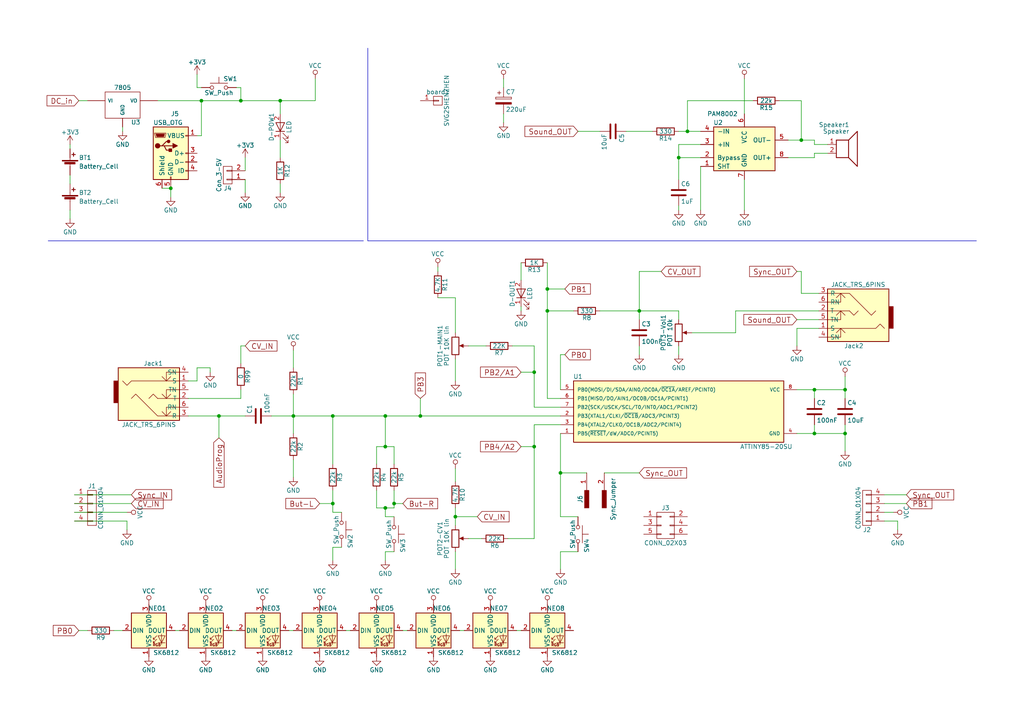
<source format=kicad_sch>
(kicad_sch (version 20230121) (generator eeschema)
  (paper "A4")
  (lib_symbols
    (symbol "MixtapeNEO-3000-rescue:+3V3" (power) (pin_names (offset 0))
      (property "Value" "+3V3" (at 0 3.556 0))
      (symbol "+3V3_1_1"
        (pin power_in line (at 0 0 90) (length 0) hide (name "+3V3") (number "1"))
      )
    )
    (symbol "MixtapeNEO-3000-rescue:7805" (pin_numbers hide) (pin_names (offset 0.762))
      (property "Reference" "U" (at 3.81 -4.9784 0))
      (property "Value" "7805" (at 0 5.08 0))
      (symbol "7805_1_1"
        (pin input line (at 0 -6.35 90) (length 2.54) (name "GND") (number "GND"))
        (pin input line (at -10.16 1.27 0) (length 5.08) (name "VI") (number "VI"))
        (pin power_out line (at 10.16 1.27 180) (length 5.08) (name "VO") (number "VO"))
      )
    )
    (symbol "MixtapeNEO-3000-rescue:ATTINY85-20SU" (pin_names (offset 1.016))
      (property "Reference" "U" (at -29.21 10.16 0))
      (property "Value" "ATTINY85-20SU" (at 25.4 -10.16 0))
      (symbol "ATTINY85-20SU_1_1"
        (pin bidirectional line (at -34.29 -6.35 0) (length 3.81) (name "PB5(~{RESET}/dW/ADC0/PCINT5)") (number "1"))
        (pin bidirectional line (at -34.29 -1.27 0) (length 3.81) (name "PB3(XTAL1/CLKI/~{OC1B}/ADC3/PCINT3)") (number "2"))
        (pin bidirectional line (at -34.29 -3.81 0) (length 3.81) (name "PB4(XTAL2/CLKO/OC1B/ADC2/PCINT4)") (number "3"))
        (pin power_in line (at 34.29 -6.35 180) (length 3.81) (name "GND") (number "4"))
        (pin bidirectional line (at -34.29 6.35 0) (length 3.81) (name "PB0(MOSI/DI/SDA/AIN0/OC0A/~{OC1A}/AREF/PCINT0)") (number "5"))
        (pin bidirectional line (at -34.29 3.81 0) (length 3.81) (name "PB1(MISO/DO/AIN1/OC0B/OC1A/PCINT1)") (number "6"))
        (pin bidirectional line (at -34.29 1.27 0) (length 3.81) (name "PB2(SCK/USCK/SCL/T0/INT0/ADC1/PCINT2)") (number "7"))
        (pin power_in line (at 34.29 6.35 180) (length 3.81) (name "VCC") (number "8"))
      )
    )
    (symbol "MixtapeNEO-3000-rescue:Battery_Cell" (pin_numbers hide) (pin_names (offset 0) hide)
      (property "Reference" "BT" (at 2.54 2.54 0))
      (property "Value" "Battery_Cell" (at 2.54 0 0))
      (symbol "Battery_Cell_1_1"
        (pin passive line (at 0 5.08 270) (length 2.54) (name "+") (number "1"))
        (pin passive line (at 0 -2.54 90) (length 2.54) (name "-") (number "2"))
      )
    )
    (symbol "MixtapeNEO-3000-rescue:C" (pin_numbers hide) (pin_names (offset 0.254))
      (property "Reference" "C" (at 0.635 2.54 0))
      (property "Value" "C" (at 0.635 -2.54 0))
      (symbol "C_1_1"
        (pin passive line (at 0 3.81 270) (length 2.794) (name "~") (number "1"))
        (pin passive line (at 0 -3.81 90) (length 2.794) (name "~") (number "2"))
      )
    )
    (symbol "MixtapeNEO-3000-rescue:CONN_01X01" (pin_names (offset 1.016) hide)
      (property "Reference" "J" (at 0 2.54 0))
      (property "Value" "CONN_01X01" (at 2.54 0 90))
      (symbol "CONN_01X01_1_1"
        (pin passive line (at -5.08 0 0) (length 3.81) (name "P1") (number "1"))
      )
    )
    (symbol "MixtapeNEO-3000-rescue:CONN_01X02" (pin_names (offset 1.016) hide)
      (property "Reference" "J" (at 0 3.81 0))
      (property "Value" "CONN_01X02" (at 2.54 0 90))
      (symbol "CONN_01X02_1_1"
        (pin passive line (at -5.08 1.27 0) (length 3.81) (name "P1") (number "1"))
        (pin passive line (at -5.08 -1.27 0) (length 3.81) (name "P2") (number "2"))
      )
    )
    (symbol "MixtapeNEO-3000-rescue:CONN_01X02_MALE" (pin_names (offset 1.016) hide)
      (property "Reference" "J" (at 0 4.445 0))
      (property "Value" "CONN_01X02_MALE" (at 0 -5.08 0))
      (symbol "CONN_01X02_MALE_1_1"
        (pin passive line (at 7.62 2.54 180) (length 5.08) (name "1") (number "1"))
        (pin passive line (at 7.62 -2.54 180) (length 5.08) (name "2") (number "2"))
      )
    )
    (symbol "MixtapeNEO-3000-rescue:CONN_01X04" (pin_names (offset 1.016) hide)
      (property "Reference" "J" (at 0 6.35 0))
      (property "Value" "CONN_01X04" (at 2.54 0 90))
      (symbol "CONN_01X04_1_1"
        (pin passive line (at -5.08 3.81 0) (length 3.81) (name "P1") (number "1"))
        (pin passive line (at -5.08 1.27 0) (length 3.81) (name "P2") (number "2"))
        (pin passive line (at -5.08 -1.27 0) (length 3.81) (name "P3") (number "3"))
        (pin passive line (at -5.08 -3.81 0) (length 3.81) (name "P4") (number "4"))
      )
    )
    (symbol "MixtapeNEO-3000-rescue:CONN_02X03" (pin_names (offset 0.0254) hide)
      (property "Reference" "J" (at 0 5.08 0))
      (property "Value" "CONN_02X03" (at 0 -5.08 0))
      (symbol "CONN_02X03_1_1"
        (pin passive line (at -6.35 2.54 0) (length 3.81) (name "P1") (number "1"))
        (pin passive line (at 6.35 2.54 180) (length 3.81) (name "P2") (number "2"))
        (pin passive line (at -6.35 0 0) (length 3.81) (name "P3") (number "3"))
        (pin passive line (at 6.35 0 180) (length 3.81) (name "P4") (number "4"))
        (pin passive line (at -6.35 -2.54 0) (length 3.81) (name "P5") (number "5"))
        (pin passive line (at 6.35 -2.54 180) (length 3.81) (name "P6") (number "6"))
      )
    )
    (symbol "MixtapeNEO-3000-rescue:CP" (pin_numbers hide) (pin_names (offset 0.254))
      (property "Reference" "C" (at 0.635 2.54 0))
      (property "Value" "CP" (at 0.635 -2.54 0))
      (symbol "CP_1_1"
        (pin passive line (at 0 3.81 270) (length 2.794) (name "~") (number "1"))
        (pin passive line (at 0 -3.81 90) (length 2.794) (name "~") (number "2"))
      )
    )
    (symbol "MixtapeNEO-3000-rescue:GND" (power) (pin_names (offset 0))
      (property "Value" "GND" (at 0 -3.81 0))
      (symbol "GND_1_1"
        (pin power_in line (at 0 0 270) (length 0) hide (name "GND") (number "1"))
      )
    )
    (symbol "MixtapeNEO-3000-rescue:JACK_TRS_6PINS" (pin_names (offset 0.762))
      (property "Reference" "J" (at 0 10.16 0))
      (property "Value" "JACK_TRS_6PINS" (at -1.27 -7.62 0))
      (symbol "JACK_TRS_6PINS_1_1"
        (pin passive line (at 10.16 5.08 180) (length 2.54) (name "S") (number "1"))
        (pin passive line (at 10.16 0 180) (length 2.54) (name "T") (number "2"))
        (pin passive line (at 10.16 -5.08 180) (length 2.54) (name "R") (number "3"))
        (pin passive line (at 10.16 7.62 180) (length 2.54) (name "SN") (number "4"))
        (pin passive line (at 10.16 2.54 180) (length 2.54) (name "TN") (number "5"))
        (pin passive line (at 10.16 -2.54 180) (length 2.54) (name "RN") (number "6"))
      )
    )
    (symbol "MixtapeNEO-3000-rescue:LED" (pin_names (offset 1.016) hide)
      (property "Reference" "D" (at 0 2.54 0))
      (property "Value" "LED" (at 0 -2.54 0))
      (symbol "LED_1_1"
        (pin passive line (at -3.81 0 0) (length 2.54) (name "K") (number "1"))
        (pin passive line (at 3.81 0 180) (length 2.54) (name "A") (number "2"))
      )
    )
    (symbol "MixtapeNEO-3000-rescue:PAM8002" (pin_names (offset 1.016))
      (property "Reference" "U" (at -7.62 7.62 0))
      (property "Value" "PAM8002" (at -6.35 10.16 0))
      (symbol "PAM8002_1_1"
        (pin passive line (at -12.7 -5.08 0) (length 3.81) (name "SHT") (number "1"))
        (pin input line (at -12.7 -2.54 0) (length 3.81) (name "Bypass") (number "2"))
        (pin input line (at -12.7 1.27 0) (length 3.81) (name "+IN") (number "3"))
        (pin input line (at -12.7 5.08 0) (length 3.81) (name "-IN") (number "4"))
        (pin output line (at 12.7 2.54 180) (length 3.81) (name "OUT-") (number "5"))
        (pin power_in line (at 0 10.16 270) (length 3.81) (name "VCC") (number "6"))
        (pin power_in line (at 0 -8.89 90) (length 2.54) (name "GND") (number "7"))
        (pin output line (at 12.7 -2.54 180) (length 3.81) (name "OUT+") (number "8"))
      )
    )
    (symbol "MixtapeNEO-3000-rescue:POT" (pin_numbers hide) (pin_names (offset 1.016) hide)
      (property "Reference" "RV" (at -4.445 0 90))
      (property "Value" "POT" (at -2.54 0 90))
      (symbol "POT_1_1"
        (pin passive line (at 0 3.81 270) (length 1.27) (name "1") (number "1"))
        (pin passive line (at 3.81 0 180) (length 1.27) (name "2") (number "2"))
        (pin passive line (at 0 -3.81 90) (length 1.27) (name "3") (number "3"))
      )
    )
    (symbol "MixtapeNEO-3000-rescue:R" (pin_numbers hide) (pin_names (offset 0))
      (property "Reference" "R" (at 2.032 0 90))
      (property "Value" "R" (at 0 0 90))
      (symbol "R_1_1"
        (pin passive line (at 0 3.81 270) (length 1.27) (name "~") (number "1"))
        (pin passive line (at 0 -3.81 90) (length 1.27) (name "~") (number "2"))
      )
    )
    (symbol "MixtapeNEO-3000-rescue:SK6812" (pin_names (offset 0.254))
      (property "Reference" "D" (at 5.08 5.715 0))
      (property "Value" "SK6812" (at 1.27 -5.715 0))
      (symbol "SK6812_0_0"
        (text "RGB" (at 2.286 -4.191 0) (effects (font (size 0.762 0.762))))
      )
      (symbol "SK6812_1_1"
        (pin power_in line (at 0 -7.62 90) (length 2.54) (name "VSS") (number "1"))
        (pin input line (at -7.62 0 0) (length 2.54) (name "DIN") (number "2"))
        (pin power_in line (at 0 7.62 270) (length 2.54) (name "VDD") (number "3"))
        (pin output line (at 7.62 0 180) (length 2.54) (name "DOUT") (number "4"))
      )
    )
    (symbol "MixtapeNEO-3000-rescue:SW_Push" (pin_numbers hide) (pin_names (offset 1.016) hide)
      (property "Reference" "SW" (at 1.27 2.54 0))
      (property "Value" "SW_Push" (at 0 -1.524 0))
      (symbol "SW_Push_0_1"
        (pin passive line (at -5.08 0 0) (length 2.54) (name "1") (number "1"))
        (pin passive line (at 5.08 0 180) (length 2.54) (name "2") (number "2"))
      )
    )
    (symbol "MixtapeNEO-3000-rescue:Speaker" (pin_names (offset 0) hide)
      (property "Reference" "LS" (at 1.27 5.715 0))
      (property "Value" "Speaker" (at 1.27 3.81 0))
      (symbol "Speaker_1_1"
        (pin input line (at -5.08 0 0) (length 2.54) (name "1") (number "1"))
        (pin input line (at -5.08 -2.54 0) (length 2.54) (name "2") (number "2"))
      )
    )
    (symbol "MixtapeNEO-3000-rescue:USB_OTG" (pin_names (offset 1.016))
      (property "Reference" "J" (at -5.08 11.43 0))
      (property "Value" "USB_OTG" (at -5.08 8.89 0))
      (symbol "USB_OTG_1_1"
        (pin power_in line (at 7.62 5.08 180) (length 2.54) (name "VBUS") (number "1"))
        (pin passive line (at 7.62 -2.54 180) (length 2.54) (name "D-") (number "2"))
        (pin passive line (at 7.62 0 180) (length 2.54) (name "D+") (number "3"))
        (pin passive line (at 7.62 -5.08 180) (length 2.54) (name "ID") (number "4"))
        (pin power_in line (at 0 -10.16 90) (length 2.54) (name "GND") (number "5"))
        (pin passive line (at -2.54 -10.16 90) (length 2.54) (name "Shield") (number "6"))
      )
    )
    (symbol "MixtapeNEO-3000-rescue:VCC" (power) (pin_names (offset 0))
      (property "Value" "VCC" (at 0 3.81 0))
      (symbol "VCC_1_1"
        (pin power_in line (at 0 0 90) (length 0) hide (name "VCC") (number "1"))
      )
    )
  )
  (junction (at 49.53 54.61))
  (junction (at 114.3 146.05))
  (junction (at 232.41 40.64))
  (junction (at 158.75 90.17))
  (junction (at 236.22 113.03))
  (junction (at 236.22 125.73))
  (junction (at 154.94 107.95))
  (junction (at 185.42 90.17))
  (junction (at 63.5 120.65))
  (junction (at 96.52 120.65))
  (junction (at 245.11 125.73))
  (junction (at 69.85 29.21))
  (junction (at 96.52 146.05))
  (junction (at 158.75 83.82))
  (junction (at 199.39 38.1))
  (junction (at 154.94 129.54))
  (junction (at 162.56 137.16))
  (junction (at 245.11 113.03))
  (junction (at 81.28 29.21))
  (junction (at 85.09 120.65))
  (junction (at 132.08 149.86))
  (junction (at 111.76 120.65))
  (junction (at 111.76 129.54))
  (junction (at 111.76 147.32))
  (junction (at 196.85 45.72))
  (junction (at 58.42 29.21))
  (junction (at 121.92 120.65))
  (wire (pts (xy 54.61 120.65) (xy 63.5 120.65)))
  (wire (pts (xy 154.94 156.21) (xy 147.32 156.21)))
  (wire (pts (xy 231.14 78.74) (xy 232.41 78.74)))
  (wire (pts (xy 127 77.47) (xy 127 78.74)))
  (wire (pts (xy 163.83 83.82) (xy 158.75 83.82)))
  (wire (pts (xy 111.76 129.54) (xy 114.3 129.54)))
  (wire (pts (xy 114.3 146.05) (xy 114.3 142.24)))
  (wire (pts (xy 167.64 38.1) (xy 173.99 38.1)))
  (wire (pts (xy 81.28 29.21) (xy 81.28 33.02)))
  (wire (pts (xy 154.94 118.11) (xy 162.56 118.11)))
  (wire (pts (xy 21.59 146.05) (xy 38.1 146.05)))
  (wire (pts (xy 232.41 29.21) (xy 232.41 40.64)))
  (wire (pts (xy 154.94 107.95) (xy 154.94 118.11)))
  (wire (pts (xy 54.61 110.49) (xy 57.15 110.49)))
  (wire (pts (xy 245.11 113.03) (xy 245.11 115.57)))
  (wire (pts (xy 162.56 160.02) (xy 162.56 165.1)))
  (wire (pts (xy 199.39 38.1) (xy 203.2 38.1)))
  (wire (pts (xy 199.39 29.21) (xy 199.39 38.1)))
  (wire (pts (xy 35.56 182.88) (xy 33.02 182.88)))
  (wire (pts (xy 69.85 29.21) (xy 81.28 29.21)))
  (wire (pts (xy 134.62 182.88) (xy 133.35 182.88)))
  (wire (pts (xy 20.32 60.96) (xy 20.32 63.5)))
  (wire (pts (xy 71.12 52.07) (xy 71.12 55.88)))
  (wire (pts (xy 196.85 100.33) (xy 196.85 102.87)))
  (wire (pts (xy 203.2 48.26) (xy 203.2 60.96)))
  (wire (pts (xy 60.96 106.68) (xy 60.96 107.95)))
  (wire (pts (xy 85.09 120.65) (xy 85.09 125.73)))
  (wire (pts (xy 111.76 129.54) (xy 111.76 120.65)))
  (wire (pts (xy 236.22 41.91) (xy 236.22 40.64)))
  (wire (pts (xy 109.22 142.24) (xy 109.22 147.32)))
  (wire (pts (xy 231.14 95.25) (xy 231.14 100.33)))
  (wire (pts (xy 109.22 129.54) (xy 111.76 129.54)))
  (wire (pts (xy 22.86 182.88) (xy 25.4 182.88)))
  (wire (pts (xy 57.15 21.59) (xy 57.15 25.4)))
  (wire (pts (xy 57.15 39.37) (xy 58.42 39.37)))
  (wire (pts (xy 185.42 78.74) (xy 191.77 78.74)))
  (wire (pts (xy 111.76 147.32) (xy 114.3 147.32)))
  (wire (pts (xy 162.56 113.03) (xy 162.56 102.87)))
  (wire (pts (xy 57.15 25.4) (xy 58.42 25.4)))
  (wire (pts (xy 196.85 90.17) (xy 196.85 92.71)))
  (wire (pts (xy 20.32 50.8) (xy 20.32 53.34)))
  (wire (pts (xy 158.75 115.57) (xy 162.56 115.57)))
  (wire (pts (xy 148.59 100.33) (xy 154.94 100.33)))
  (wire (pts (xy 109.22 129.54) (xy 109.22 134.62)))
  (wire (pts (xy 121.92 120.65) (xy 162.56 120.65)))
  (wire (pts (xy 92.71 146.05) (xy 96.52 146.05)))
  (wire (pts (xy 231.14 95.25) (xy 237.49 95.25)))
  (wire (pts (xy 111.76 147.32) (xy 111.76 149.86)))
  (wire (pts (xy 236.22 125.73) (xy 245.11 125.73)))
  (wire (pts (xy 196.85 59.69) (xy 196.85 60.96)))
  (wire (pts (xy 116.84 146.05) (xy 114.3 146.05)))
  (wire (pts (xy 132.08 160.02) (xy 132.08 165.1)))
  (wire (pts (xy 151.13 107.95) (xy 154.94 107.95)))
  (wire (pts (xy 111.76 120.65) (xy 121.92 120.65)))
  (wire (pts (xy 256.54 151.13) (xy 260.35 151.13)))
  (wire (pts (xy 185.42 90.17) (xy 196.85 90.17)))
  (wire (pts (xy 151.13 182.88) (xy 149.86 182.88)))
  (wire (pts (xy 154.94 129.54) (xy 154.94 156.21)))
  (wire (pts (xy 20.32 41.91) (xy 20.32 43.18)))
  (wire (pts (xy 200.66 96.52) (xy 213.36 96.52)))
  (wire (pts (xy 96.52 158.75) (xy 96.52 162.56)))
  (wire (pts (xy 185.42 78.74) (xy 185.42 90.17)))
  (wire (pts (xy 245.11 123.19) (xy 245.11 125.73)))
  (wire (pts (xy 63.5 120.65) (xy 71.12 120.65)))
  (wire (pts (xy 256.54 148.59) (xy 259.08 148.59)))
  (wire (pts (xy 151.13 129.54) (xy 154.94 129.54)))
  (polyline (pts (xy 105.41 69.85) (xy 13.97 69.85)))
  (wire (pts (xy 21.59 143.51) (xy 38.1 143.51)))
  (wire (pts (xy 69.85 115.57) (xy 69.85 113.03)))
  (wire (pts (xy 213.36 96.52) (xy 213.36 90.17)))
  (wire (pts (xy 203.2 45.72) (xy 196.85 45.72)))
  (wire (pts (xy 232.41 78.74) (xy 232.41 85.09)))
  (wire (pts (xy 101.6 182.88) (xy 100.33 182.88)))
  (wire (pts (xy 69.85 100.33) (xy 69.85 105.41)))
  (wire (pts (xy 154.94 123.19) (xy 154.94 129.54)))
  (wire (pts (xy 173.99 90.17) (xy 185.42 90.17)))
  (wire (pts (xy 57.15 110.49) (xy 57.15 106.68)))
  (wire (pts (xy 91.44 29.21) (xy 91.44 22.86)))
  (wire (pts (xy 236.22 44.45) (xy 240.03 44.45)))
  (wire (pts (xy 52.07 182.88) (xy 50.8 182.88)))
  (wire (pts (xy 81.28 40.64) (xy 81.28 45.72)))
  (wire (pts (xy 132.08 149.86) (xy 132.08 152.4)))
  (wire (pts (xy 240.03 41.91) (xy 236.22 41.91)))
  (wire (pts (xy 203.2 41.91) (xy 196.85 41.91)))
  (wire (pts (xy 215.9 52.07) (xy 215.9 60.96)))
  (wire (pts (xy 81.28 53.34) (xy 81.28 55.88)))
  (wire (pts (xy 96.52 142.24) (xy 96.52 146.05)))
  (wire (pts (xy 213.36 90.17) (xy 237.49 90.17)))
  (wire (pts (xy 96.52 120.65) (xy 111.76 120.65)))
  (wire (pts (xy 114.3 147.32) (xy 114.3 146.05)))
  (wire (pts (xy 85.09 133.35) (xy 85.09 138.43)))
  (wire (pts (xy 158.75 90.17) (xy 158.75 115.57)))
  (wire (pts (xy 49.53 54.61) (xy 49.53 57.15)))
  (wire (pts (xy 71.12 100.33) (xy 69.85 100.33)))
  (wire (pts (xy 45.72 29.21) (xy 58.42 29.21)))
  (wire (pts (xy 63.5 127) (xy 63.5 120.65)))
  (wire (pts (xy 114.3 129.54) (xy 114.3 134.62)))
  (wire (pts (xy 162.56 149.86) (xy 167.64 149.86)))
  (wire (pts (xy 96.52 146.05) (xy 96.52 148.59)))
  (wire (pts (xy 114.3 160.02) (xy 111.76 160.02)))
  (wire (pts (xy 245.11 109.22) (xy 245.11 113.03)))
  (wire (pts (xy 218.44 29.21) (xy 199.39 29.21)))
  (wire (pts (xy 21.59 148.59) (xy 36.83 148.59)))
  (wire (pts (xy 68.58 25.4) (xy 69.85 25.4)))
  (wire (pts (xy 262.89 143.51) (xy 256.54 143.51)))
  (wire (pts (xy 154.94 123.19) (xy 162.56 123.19)))
  (wire (pts (xy 215.9 22.86) (xy 215.9 33.02)))
  (wire (pts (xy 85.09 120.65) (xy 96.52 120.65)))
  (wire (pts (xy 245.11 125.73) (xy 245.11 130.81)))
  (wire (pts (xy 232.41 85.09) (xy 237.49 85.09)))
  (wire (pts (xy 111.76 149.86) (xy 114.3 149.86)))
  (wire (pts (xy 121.92 115.57) (xy 121.92 120.65)))
  (wire (pts (xy 262.89 146.05) (xy 256.54 146.05)))
  (wire (pts (xy 135.89 156.21) (xy 139.7 156.21)))
  (wire (pts (xy 260.35 151.13) (xy 260.35 153.67)))
  (wire (pts (xy 232.41 40.64) (xy 236.22 40.64)))
  (wire (pts (xy 231.14 125.73) (xy 236.22 125.73)))
  (wire (pts (xy 228.6 45.72) (xy 236.22 45.72)))
  (wire (pts (xy 237.49 92.71) (xy 231.14 92.71)))
  (wire (pts (xy 154.94 100.33) (xy 154.94 107.95)))
  (wire (pts (xy 135.89 100.33) (xy 140.97 100.33)))
  (wire (pts (xy 132.08 135.89) (xy 132.08 139.7)))
  (wire (pts (xy 175.26 137.16) (xy 185.42 137.16)))
  (wire (pts (xy 196.85 41.91) (xy 196.85 45.72)))
  (wire (pts (xy 236.22 45.72) (xy 236.22 44.45)))
  (wire (pts (xy 146.05 33.02) (xy 146.05 35.56)))
  (wire (pts (xy 162.56 137.16) (xy 162.56 149.86)))
  (wire (pts (xy 54.61 115.57) (xy 69.85 115.57)))
  (wire (pts (xy 57.15 106.68) (xy 60.96 106.68)))
  (wire (pts (xy 226.06 29.21) (xy 232.41 29.21)))
  (wire (pts (xy 36.83 151.13) (xy 36.83 153.67)))
  (wire (pts (xy 151.13 88.9) (xy 151.13 90.17)))
  (wire (pts (xy 35.56 36.83) (xy 35.56 38.1)))
  (wire (pts (xy 158.75 76.2) (xy 158.75 83.82)))
  (wire (pts (xy 158.75 83.82) (xy 158.75 90.17)))
  (wire (pts (xy 68.58 182.88) (xy 67.31 182.88)))
  (wire (pts (xy 196.85 38.1) (xy 199.39 38.1)))
  (wire (pts (xy 231.14 113.03) (xy 236.22 113.03)))
  (wire (pts (xy 158.75 90.17) (xy 166.37 90.17)))
  (wire (pts (xy 78.74 120.65) (xy 85.09 120.65)))
  (wire (pts (xy 111.76 160.02) (xy 111.76 162.56)))
  (wire (pts (xy 71.12 45.72) (xy 71.12 49.53)))
  (wire (pts (xy 69.85 25.4) (xy 69.85 29.21)))
  (wire (pts (xy 22.86 29.21) (xy 25.4 29.21)))
  (wire (pts (xy 58.42 29.21) (xy 69.85 29.21)))
  (wire (pts (xy 236.22 113.03) (xy 245.11 113.03)))
  (wire (pts (xy 132.08 104.14) (xy 132.08 110.49)))
  (wire (pts (xy 132.08 86.36) (xy 132.08 96.52)))
  (wire (pts (xy 85.09 182.88) (xy 83.82 182.88)))
  (wire (pts (xy 58.42 39.37) (xy 58.42 29.21)))
  (wire (pts (xy 109.22 147.32) (xy 111.76 147.32)))
  (wire (pts (xy 236.22 125.73) (xy 236.22 123.19)))
  (wire (pts (xy 118.11 182.88) (xy 116.84 182.88)))
  (wire (pts (xy 138.43 149.86) (xy 132.08 149.86)))
  (polyline (pts (xy 106.68 69.85) (xy 283.21 69.85)))
  (wire (pts (xy 21.59 151.13) (xy 36.83 151.13)))
  (wire (pts (xy 162.56 125.73) (xy 162.56 137.16)))
  (wire (pts (xy 49.53 54.61) (xy 46.99 54.61)))
  (wire (pts (xy 185.42 90.17) (xy 185.42 92.71)))
  (wire (pts (xy 81.28 29.21) (xy 91.44 29.21)))
  (wire (pts (xy 127 86.36) (xy 132.08 86.36)))
  (wire (pts (xy 189.23 38.1) (xy 181.61 38.1)))
  (wire (pts (xy 85.09 114.3) (xy 85.09 120.65)))
  (wire (pts (xy 151.13 76.2) (xy 151.13 81.28)))
  (wire (pts (xy 99.06 158.75) (xy 96.52 158.75)))
  (polyline (pts (xy 106.68 13.97) (xy 106.68 69.85)))
  (wire (pts (xy 146.05 22.86) (xy 146.05 25.4)))
  (wire (pts (xy 167.64 160.02) (xy 162.56 160.02)))
  (wire (pts (xy 85.09 101.6) (xy 85.09 106.68)))
  (wire (pts (xy 228.6 40.64) (xy 232.41 40.64)))
  (wire (pts (xy 96.52 134.62) (xy 96.52 120.65)))
  (wire (pts (xy 196.85 45.72) (xy 196.85 52.07)))
  (wire (pts (xy 185.42 100.33) (xy 185.42 102.87)))
  (wire (pts (xy 236.22 113.03) (xy 236.22 115.57)))
  (wire (pts (xy 132.08 147.32) (xy 132.08 149.86)))
  (wire (pts (xy 96.52 148.59) (xy 99.06 148.59)))
  (wire (pts (xy 162.56 102.87) (xy 163.83 102.87)))
  (wire (pts (xy 162.56 137.16) (xy 170.18 137.16)))
  (global_label "PB3" (shape input) (at 121.92 115.57 90) (effects (font (size 1.524 1.524))) (property "Intersheetrefs" "${INTERSHEET_REFS}" (effects hide)))
  (global_label "PB4/A2" (shape input) (at 151.13 129.54 180) (effects (font (size 1.524 1.524))) (property "Intersheetrefs" "${INTERSHEET_REFS}" (effects hide)))
  (global_label "DC_in" (shape input) (at 22.86 29.21 180) (effects (font (size 1.524 1.524))) (property "Intersheetrefs" "${INTERSHEET_REFS}" (effects hide)))
  (global_label "CV_OUT" (shape input) (at 191.77 78.74 0) (effects (font (size 1.524 1.524))) (property "Intersheetrefs" "${INTERSHEET_REFS}" (effects hide)))
  (global_label "Sync_OUT" (shape input) (at 231.14 78.74 180) (effects (font (size 1.524 1.524))) (property "Intersheetrefs" "${INTERSHEET_REFS}" (effects hide)))
  (global_label "Sound_OUT" (shape input) (at 231.14 92.71 180) (effects (font (size 1.524 1.524))) (property "Intersheetrefs" "${INTERSHEET_REFS}" (effects hide)))
  (global_label "Sync_IN" (shape input) (at 38.1 143.51 0) (effects (font (size 1.524 1.524))) (property "Intersheetrefs" "${INTERSHEET_REFS}" (effects hide)))
  (global_label "CV_IN" (shape input) (at 38.1 146.05 0) (effects (font (size 1.524 1.524))) (property "Intersheetrefs" "${INTERSHEET_REFS}" (effects hide)))
  (global_label "But-L" (shape input) (at 92.71 146.05 180) (effects (font (size 1.524 1.524))) (property "Intersheetrefs" "${INTERSHEET_REFS}" (effects hide)))
  (global_label "PB0" (shape input) (at 163.83 102.87 0) (effects (font (size 1.524 1.524))) (property "Intersheetrefs" "${INTERSHEET_REFS}" (effects hide)))
  (global_label "Sync_OUT" (shape input) (at 185.42 137.16 0) (effects (font (size 1.524 1.524))) (property "Intersheetrefs" "${INTERSHEET_REFS}" (effects hide)))
  (global_label "AudioProg" (shape input) (at 63.5 127 270) (effects (font (size 1.524 1.524))) (property "Intersheetrefs" "${INTERSHEET_REFS}" (effects hide)))
  (global_label "Sound_OUT" (shape input) (at 167.64 38.1 180) (effects (font (size 1.524 1.524))) (property "Intersheetrefs" "${INTERSHEET_REFS}" (effects hide)))
  (global_label "CV_IN" (shape input) (at 138.43 149.86 0) (effects (font (size 1.524 1.524))) (property "Intersheetrefs" "${INTERSHEET_REFS}" (effects hide)))
  (global_label "PB1" (shape input) (at 262.89 146.05 0) (effects (font (size 1.524 1.524))) (property "Intersheetrefs" "${INTERSHEET_REFS}" (effects hide)))
  (global_label "CV_IN" (shape input) (at 71.12 100.33 0) (effects (font (size 1.524 1.524))) (property "Intersheetrefs" "${INTERSHEET_REFS}" (effects hide)))
  (global_label "But-R" (shape input) (at 116.84 146.05 0) (effects (font (size 1.524 1.524))) (property "Intersheetrefs" "${INTERSHEET_REFS}" (effects hide)))
  (global_label "PB2/A1" (shape input) (at 151.13 107.95 180) (effects (font (size 1.524 1.524))) (property "Intersheetrefs" "${INTERSHEET_REFS}" (effects hide)))
  (global_label "PB0" (shape input) (at 22.86 182.88 180) (effects (font (size 1.524 1.524))) (property "Intersheetrefs" "${INTERSHEET_REFS}" (effects hide)))
  (global_label "Sync_OUT" (shape input) (at 262.89 143.51 0) (effects (font (size 1.524 1.524))) (property "Intersheetrefs" "${INTERSHEET_REFS}" (effects hide)))
  (global_label "PB1" (shape input) (at 163.83 83.82 0) (effects (font (size 1.524 1.524))) (property "Intersheetrefs" "${INTERSHEET_REFS}" (effects hide)))
  (symbol (lib_id "MixtapeNEO-3000-rescue:POT") (at 132.08 156.21 0) (unit 1)
    (property "Reference" "POT2-CV1" (at 127.635 156.21 90))
    (property "Value" "POT 10K lin" (at 129.54 156.21 90))
    (property "Footprint" "8Bitmixtape_reworked:Potentiometer_backPads_noHole" (effects hide))
  )
  (symbol (lib_id "MixtapeNEO-3000-rescue:POT") (at 132.08 100.33 0) (unit 1)
    (property "Reference" "POT1-MAIN1" (at 127.635 100.33 90))
    (property "Value" "POT 10K lin" (at 129.54 100.33 90))
    (property "Footprint" "8Bitmixtape_reworked:Potentiometer_backPads_noHole" (effects hide))
  )
  (symbol (lib_id "MixtapeNEO-3000-rescue:POT") (at 196.85 96.52 0) (unit 1)
    (property "Reference" "POT3-Vol1" (at 192.405 96.52 90))
    (property "Value" "POT 10k" (at 194.31 96.52 90))
    (property "Footprint" "8Bitmixtape_reworked:Potentiometer_wheel" (effects hide))
  )
  (symbol (lib_id "MixtapeNEO-3000-rescue:JACK_TRS_6PINS") (at 247.65 90.17 180) (unit 1)
    (property "Reference" "Jack2" (at 247.65 100.33 0))
    (property "Value" "JACK_TRS_6PINS" (at 248.92 82.55 0))
    (property "Footprint" "8Bitmixtape_reworked:AUDIO-Jack_3.5mm_5Pin" (effects hide))
  )
  (symbol (lib_id "MixtapeNEO-3000-rescue:JACK_TRS_6PINS") (at 44.45 115.57 0) (unit 1)
    (property "Reference" "Jack1" (at 44.45 105.41 0))
    (property "Value" "JACK_TRS_6PINS" (at 43.18 123.19 0))
    (property "Footprint" "8Bitmixtape_reworked:AUDIO-Jack_3.5mm_5Pin" (effects hide))
  )
  (symbol (lib_id "MixtapeNEO-3000-rescue:R") (at 127 82.55 0) (unit 1)
    (property "Reference" "R11" (at 129.032 82.55 90))
    (property "Value" "4.7K" (at 127 82.55 90))
    (property "Footprint" "8Bitmixtape_reworked:R_1206_HandSoldering" (effects hide))
  )
  (symbol (lib_id "MixtapeNEO-3000-rescue:R") (at 132.08 143.51 0) (unit 1)
    (property "Reference" "R10" (at 134.112 143.51 90))
    (property "Value" "4.7K" (at 132.08 143.51 90))
    (property "Footprint" "8Bitmixtape_reworked:R_1206_HandSoldering" (effects hide))
  )
  (symbol (lib_id "MixtapeNEO-3000-rescue:C") (at 74.93 120.65 90) (unit 1)
    (property "Reference" "C1" (at 72.39 120.015 0) (effects (justify left)))
    (property "Value" "100nF" (at 77.47 120.015 0) (effects (justify left)))
    (property "Footprint" "8Bitmixtape_reworked:C_1206_HandSoldering" (effects hide))
  )
  (symbol (lib_id "MixtapeNEO-3000-rescue:C") (at 236.22 119.38 0) (unit 1)
    (property "Reference" "C2" (at 236.855 116.84 0) (effects (justify left)))
    (property "Value" "100nF" (at 236.855 121.92 0) (effects (justify left)))
    (property "Footprint" "8Bitmixtape_reworked:C_1206_HandSoldering" (effects hide))
  )
  (symbol (lib_id "MixtapeNEO-3000-rescue:C") (at 185.42 96.52 0) (unit 1)
    (property "Reference" "C3" (at 186.055 93.98 0) (effects (justify left)))
    (property "Value" "100nF" (at 186.055 99.06 0) (effects (justify left)))
    (property "Footprint" "8Bitmixtape_reworked:C_1206_HandSoldering" (effects hide))
  )
  (symbol (lib_id "MixtapeNEO-3000-rescue:GND") (at 132.08 110.49 0) (unit 1)
    (property "Reference" "#PWR01" (effects hide))
    (property "Value" "GND" (at 132.08 114.3 0))
  )
  (symbol (lib_id "MixtapeNEO-3000-rescue:VCC") (at 127 77.47 0) (unit 1)
    (property "Reference" "#PWR02" (effects hide))
    (property "Value" "VCC" (at 127 73.66 0))
  )
  (symbol (lib_id "MixtapeNEO-3000-rescue:VCC") (at 132.08 135.89 0) (unit 1)
    (property "Reference" "#PWR03" (effects hide))
    (property "Value" "VCC" (at 132.08 132.08 0))
  )
  (symbol (lib_id "MixtapeNEO-3000-rescue:R") (at 144.78 100.33 270) (unit 1)
    (property "Reference" "R7" (at 144.78 102.362 90))
    (property "Value" "22K" (at 144.78 100.33 90))
    (property "Footprint" "8Bitmixtape_reworked:R_1206_HandSoldering" (effects hide))
  )
  (symbol (lib_id "MixtapeNEO-3000-rescue:R") (at 143.51 156.21 270) (unit 1)
    (property "Reference" "R6" (at 143.51 158.242 90))
    (property "Value" "22K" (at 143.51 156.21 90))
    (property "Footprint" "8Bitmixtape_reworked:R_1206_HandSoldering" (effects hide))
  )
  (symbol (lib_id "MixtapeNEO-3000-rescue:R") (at 85.09 110.49 0) (unit 1)
    (property "Reference" "R1" (at 87.122 110.49 90))
    (property "Value" "22k" (at 85.09 110.49 90))
    (property "Footprint" "8Bitmixtape_reworked:R_1206_HandSoldering" (effects hide))
  )
  (symbol (lib_id "MixtapeNEO-3000-rescue:R") (at 85.09 129.54 0) (unit 1)
    (property "Reference" "R2" (at 87.122 129.54 90))
    (property "Value" "22k" (at 85.09 129.54 90))
    (property "Footprint" "8Bitmixtape_reworked:R_1206_HandSoldering" (effects hide))
  )
  (symbol (lib_id "MixtapeNEO-3000-rescue:GND") (at 85.09 138.43 0) (unit 1)
    (property "Reference" "#PWR04" (effects hide))
    (property "Value" "GND" (at 85.09 142.24 0))
  )
  (symbol (lib_id "MixtapeNEO-3000-rescue:VCC") (at 85.09 101.6 0) (unit 1)
    (property "Reference" "#PWR05" (effects hide))
    (property "Value" "VCC" (at 85.09 97.79 0))
  )
  (symbol (lib_id "MixtapeNEO-3000-rescue:GND") (at 132.08 165.1 0) (unit 1)
    (property "Reference" "#PWR06" (effects hide))
    (property "Value" "GND" (at 132.08 168.91 0))
  )
  (symbol (lib_id "MixtapeNEO-3000-rescue:R") (at 96.52 138.43 0) (unit 1)
    (property "Reference" "R3" (at 98.552 138.43 90))
    (property "Value" "22k" (at 96.52 138.43 90))
    (property "Footprint" "8Bitmixtape_reworked:R_1206_HandSoldering" (effects hide))
  )
  (symbol (lib_id "MixtapeNEO-3000-rescue:R") (at 109.22 138.43 0) (unit 1)
    (property "Reference" "R4" (at 111.252 138.43 90))
    (property "Value" "22k" (at 109.22 138.43 90))
    (property "Footprint" "8Bitmixtape_reworked:R_1206_HandSoldering" (effects hide))
  )
  (symbol (lib_id "MixtapeNEO-3000-rescue:R") (at 114.3 138.43 0) (unit 1)
    (property "Reference" "R5" (at 116.332 138.43 90))
    (property "Value" "22k" (at 114.3 138.43 90))
    (property "Footprint" "8Bitmixtape_reworked:R_1206_HandSoldering" (effects hide))
  )
  (symbol (lib_id "MixtapeNEO-3000-rescue:GND") (at 111.76 162.56 0) (unit 1)
    (property "Reference" "#PWR07" (effects hide))
    (property "Value" "GND" (at 111.76 166.37 0))
  )
  (symbol (lib_id "MixtapeNEO-3000-rescue:GND") (at 96.52 162.56 0) (unit 1)
    (property "Reference" "#PWR08" (effects hide))
    (property "Value" "GND" (at 96.52 166.37 0))
  )
  (symbol (lib_id "MixtapeNEO-3000-rescue:R") (at 170.18 90.17 270) (unit 1)
    (property "Reference" "R8" (at 170.18 92.202 90))
    (property "Value" "330" (at 170.18 90.17 90))
    (property "Footprint" "8Bitmixtape_reworked:R_1206_HandSoldering" (effects hide))
  )
  (symbol (lib_id "MixtapeNEO-3000-rescue:GND") (at 185.42 102.87 0) (unit 1)
    (property "Reference" "#PWR09" (effects hide))
    (property "Value" "GND" (at 185.42 106.68 0))
  )
  (symbol (lib_id "MixtapeNEO-3000-rescue:GND") (at 196.85 102.87 0) (unit 1)
    (property "Reference" "#PWR010" (effects hide))
    (property "Value" "GND" (at 196.85 106.68 0))
  )
  (symbol (lib_id "MixtapeNEO-3000-rescue:GND") (at 231.14 100.33 0) (unit 1)
    (property "Reference" "#PWR011" (effects hide))
    (property "Value" "GND" (at 231.14 104.14 0))
  )
  (symbol (lib_id "MixtapeNEO-3000-rescue:GND") (at 60.96 107.95 0) (unit 1)
    (property "Reference" "#PWR012" (effects hide))
    (property "Value" "GND" (at 60.96 111.76 0))
  )
  (symbol (lib_id "MixtapeNEO-3000-rescue:GND") (at 36.83 153.67 0) (unit 1)
    (property "Reference" "#PWR013" (effects hide))
    (property "Value" "GND" (at 36.83 157.48 0))
  )
  (symbol (lib_id "MixtapeNEO-3000-rescue:VCC") (at 36.83 148.59 270) (unit 1)
    (property "Reference" "#PWR014" (effects hide))
    (property "Value" "VCC" (at 40.64 148.59 0))
  )
  (symbol (lib_id "MixtapeNEO-3000-rescue:CONN_01X02_MALE") (at 172.72 144.78 90) (unit 1)
    (property "Reference" "J6" (at 168.275 144.78 0))
    (property "Value" "Sync_Jumper" (at 177.8 144.78 0))
    (property "Footprint" "8Bitmixtape_reworked:Sync_jumper" (effects hide))
  )
  (symbol (lib_id "MixtapeNEO-3000-rescue:C") (at 245.11 119.38 0) (unit 1)
    (property "Reference" "C4" (at 245.745 116.84 0) (effects (justify left)))
    (property "Value" "10uF" (at 245.745 121.92 0) (effects (justify left)))
    (property "Footprint" "8Bitmixtape_reworked:C_1206_HandSoldering" (effects hide))
  )
  (symbol (lib_id "MixtapeNEO-3000-rescue:VCC") (at 245.11 109.22 0) (unit 1)
    (property "Reference" "#PWR015" (effects hide))
    (property "Value" "VCC" (at 245.11 105.41 0))
  )
  (symbol (lib_id "MixtapeNEO-3000-rescue:GND") (at 245.11 130.81 0) (unit 1)
    (property "Reference" "#PWR016" (effects hide))
    (property "Value" "GND" (at 245.11 134.62 0))
  )
  (symbol (lib_id "MixtapeNEO-3000-rescue:GND") (at 162.56 165.1 0) (unit 1)
    (property "Reference" "#PWR017" (effects hide))
    (property "Value" "GND" (at 162.56 168.91 0))
  )
  (symbol (lib_id "MixtapeNEO-3000-rescue:ATTINY85-20SU") (at 196.85 119.38 0) (unit 1)
    (property "Reference" "U1" (at 167.64 109.22 0))
    (property "Value" "ATTINY85-20SU" (at 222.25 129.54 0))
    (property "Footprint" "8Bitmixtape_reworked:Attiny_DIP-8_W7.62mm_mod" (effects hide))
  )
  (symbol (lib_id "MixtapeNEO-3000-rescue:SW_Push") (at 63.5 25.4 0) (unit 1)
    (property "Reference" "SW1" (at 64.77 22.86 0) (effects (justify left)))
    (property "Value" "SW_Push" (at 63.5 26.924 0))
    (property "Footprint" "8Bitmixtape_reworked:Push_SWITCH_hole" (effects hide))
  )
  (symbol (lib_id "MixtapeNEO-3000-rescue:SW_Push") (at 99.06 153.67 270) (unit 1)
    (property "Reference" "SW2" (at 101.6 154.94 0) (effects (justify left)))
    (property "Value" "SW_Push" (at 97.536 153.67 0))
    (property "Footprint" "8Bitmixtape_reworked:TACTILE-PTH_6mm_SMD" (effects hide))
  )
  (symbol (lib_id "MixtapeNEO-3000-rescue:SW_Push") (at 114.3 154.94 270) (unit 1)
    (property "Reference" "SW3" (at 116.84 156.21 0) (effects (justify left)))
    (property "Value" "SW_Push" (at 112.776 154.94 0))
    (property "Footprint" "8Bitmixtape_reworked:TACTILE-PTH_6mm_SMD" (effects hide))
  )
  (symbol (lib_id "MixtapeNEO-3000-rescue:LED") (at 151.13 85.09 90) (unit 1)
    (property "Reference" "D-OUT1" (at 148.59 85.09 0))
    (property "Value" "LED" (at 153.67 85.09 0))
    (property "Footprint" "8Bitmixtape_reworked:LED_2835_minimal" (effects hide))
  )
  (symbol (lib_id "MixtapeNEO-3000-rescue:R") (at 154.94 76.2 270) (unit 1)
    (property "Reference" "R13" (at 154.94 78.232 90))
    (property "Value" "1K" (at 154.94 76.2 90))
    (property "Footprint" "8Bitmixtape_reworked:R_1206_HandSoldering" (effects hide))
  )
  (symbol (lib_id "MixtapeNEO-3000-rescue:GND") (at 151.13 90.17 0) (unit 1)
    (property "Reference" "#PWR018" (effects hide))
    (property "Value" "GND" (at 151.13 93.98 0))
  )
  (symbol (lib_id "MixtapeNEO-3000-rescue:7805") (at 35.56 30.48 0) (unit 1)
    (property "Reference" "U3" (at 39.37 35.4584 0))
    (property "Value" "7805" (at 35.56 25.4 0))
    (property "Footprint" "TO_SOT_Packages_SMD:TO-252-3_TabPin2" (effects hide))
  )
  (symbol (lib_id "MixtapeNEO-3000-rescue:GND") (at 35.56 38.1 0) (unit 1)
    (property "Reference" "#PWR019" (effects hide))
    (property "Value" "GND" (at 35.56 41.91 0))
  )
  (symbol (lib_id "MixtapeNEO-3000-rescue:VCC") (at 91.44 22.86 0) (unit 1)
    (property "Reference" "#PWR020" (effects hide))
    (property "Value" "VCC" (at 91.44 19.05 0))
  )
  (symbol (lib_id "MixtapeNEO-3000-rescue:USB_OTG") (at 49.53 44.45 0) (unit 1)
    (property "Reference" "J5" (at 49.53 33.02 0) (effects (justify left)))
    (property "Value" "USB_OTG" (at 44.45 35.56 0) (effects (justify left)))
    (property "Footprint" "8Bitmixtape_reworked:USB_Micro-B" (effects hide))
  )
  (symbol (lib_id "MixtapeNEO-3000-rescue:GND") (at 49.53 57.15 0) (unit 1)
    (property "Reference" "#PWR021" (effects hide))
    (property "Value" "GND" (at 49.53 60.96 0))
  )
  (symbol (lib_id "MixtapeNEO-3000-rescue:LED") (at 81.28 36.83 90) (unit 1)
    (property "Reference" "D-POW1" (at 78.74 36.83 0))
    (property "Value" "LED" (at 83.82 36.83 0))
    (property "Footprint" "8Bitmixtape_reworked:LED_2835_minimal" (effects hide))
  )
  (symbol (lib_id "MixtapeNEO-3000-rescue:R") (at 81.28 49.53 0) (unit 1)
    (property "Reference" "R12" (at 83.312 49.53 90))
    (property "Value" "1K" (at 81.28 49.53 90))
    (property "Footprint" "8Bitmixtape_reworked:R_1206_HandSoldering" (effects hide))
  )
  (symbol (lib_id "MixtapeNEO-3000-rescue:GND") (at 81.28 55.88 0) (unit 1)
    (property "Reference" "#PWR022" (effects hide))
    (property "Value" "GND" (at 81.28 59.69 0))
  )
  (symbol (lib_id "MixtapeNEO-3000-rescue:SW_Push") (at 167.64 154.94 270) (unit 1)
    (property "Reference" "SW4" (at 170.18 156.21 0) (effects (justify left)))
    (property "Value" "SW_Push" (at 166.116 154.94 0))
    (property "Footprint" "8Bitmixtape_reworked:SW_SPST_FSMSM" (effects hide))
  )
  (symbol (lib_id "MixtapeNEO-3000-rescue:CONN_02X03") (at 193.04 152.4 0) (unit 1)
    (property "Reference" "J3" (at 193.04 147.32 0))
    (property "Value" "CONN_02X03" (at 193.04 157.48 0))
    (property "Footprint" "8Bitmixtape_reworked:Socket_Strip_Straight_2x03_Pitch2.54mm" (effects hide))
  )
  (symbol (lib_id "MixtapeNEO-3000-rescue:CONN_01X04") (at 251.46 147.32 180) (unit 1)
    (property "Reference" "J2" (at 251.46 153.67 0))
    (property "Value" "CONN_01X04" (at 248.92 147.32 90))
    (property "Footprint" "8Bitmixtape_reworked:Angled_1x04_Pitch2.54mm-flip" (effects hide))
  )
  (symbol (lib_id "MixtapeNEO-3000-rescue:GND") (at 260.35 153.67 0) (unit 1)
    (property "Reference" "#PWR023" (effects hide))
    (property "Value" "GND" (at 260.35 157.48 0))
  )
  (symbol (lib_id "MixtapeNEO-3000-rescue:VCC") (at 259.08 148.59 270) (unit 1)
    (property "Reference" "#PWR024" (effects hide))
    (property "Value" "VCC" (at 262.89 148.59 0))
  )
  (symbol (lib_id "MixtapeNEO-3000-rescue:CONN_01X02") (at 66.04 50.8 180) (unit 1)
    (property "Reference" "J4" (at 66.04 54.61 0))
    (property "Value" "Con_3-5V" (at 63.5 50.8 90))
    (property "Footprint" "8Bitmixtape_reworked:Bat_connector_SMD" (effects hide))
  )
  (symbol (lib_id "MixtapeNEO-3000-rescue:GND") (at 71.12 55.88 0) (unit 1)
    (property "Reference" "#PWR025" (effects hide))
    (property "Value" "GND" (at 71.12 59.69 0))
  )
  (symbol (lib_id "MixtapeNEO-3000-rescue:+3V3") (at 57.15 21.59 0) (unit 1)
    (property "Reference" "#PWR026" (effects hide))
    (property "Value" "+3V3" (at 57.15 18.034 0))
  )
  (symbol (lib_id "MixtapeNEO-3000-rescue:+3V3") (at 71.12 45.72 0) (unit 1)
    (property "Reference" "#PWR027" (effects hide))
    (property "Value" "+3V3" (at 71.12 42.164 0))
  )
  (symbol (lib_id "MixtapeNEO-3000-rescue:GND") (at 43.18 190.5 0) (unit 1)
    (property "Reference" "#PWR028" (effects hide))
    (property "Value" "GND" (at 43.18 194.31 0))
  )
  (symbol (lib_id "MixtapeNEO-3000-rescue:VCC") (at 43.18 175.26 0) (unit 1)
    (property "Reference" "#PWR029" (effects hide))
    (property "Value" "VCC" (at 43.18 171.45 0))
  )
  (symbol (lib_id "MixtapeNEO-3000-rescue:R") (at 29.21 182.88 270) (unit 1)
    (property "Reference" "R9" (at 29.21 184.912 90))
    (property "Value" "330" (at 29.21 182.88 90))
    (property "Footprint" "8Bitmixtape_reworked:R_1206_HandSoldering" (effects hide))
  )
  (symbol (lib_id "MixtapeNEO-3000-rescue:CONN_01X01") (at 127 29.21 0) (unit 1)
    (property "Reference" "board1" (at 127 26.67 0))
    (property "Value" "SVG2SHENZHEN" (at 129.54 29.21 90))
    (property "Footprint" "8Bitmixtape_reworked:Mixtape_reworked" (effects hide))
  )
  (symbol (lib_id "MixtapeNEO-3000-rescue:CONN_01X04") (at 26.67 147.32 0) (unit 1)
    (property "Reference" "J1" (at 26.67 140.97 0))
    (property "Value" "CONN_01X04" (at 29.21 147.32 90))
    (property "Footprint" "8Bitmixtape_reworked:Angled_1x04_Pitch2.54mm-flip" (effects hide))
  )
  (symbol (lib_id "MixtapeNEO-3000-rescue:PAM8002") (at 215.9 43.18 0) (unit 1)
    (property "Reference" "U2" (at 208.28 35.56 0))
    (property "Value" "PAM8002" (at 209.55 33.02 0))
    (property "Footprint" "8Bitmixtape_reworked:SO-8_fixed" (effects hide))
  )
  (symbol (lib_id "MixtapeNEO-3000-rescue:R") (at 193.04 38.1 270) (unit 1)
    (property "Reference" "R14" (at 193.04 40.132 90))
    (property "Value" "330" (at 193.04 38.1 90))
    (property "Footprint" "8Bitmixtape_reworked:R_1206_HandSoldering" (effects hide))
  )
  (symbol (lib_id "MixtapeNEO-3000-rescue:R") (at 222.25 29.21 270) (unit 1)
    (property "Reference" "R15" (at 222.25 31.242 90))
    (property "Value" "22k" (at 222.25 29.21 90))
    (property "Footprint" "8Bitmixtape_reworked:R_1206_HandSoldering" (effects hide))
  )
  (symbol (lib_id "MixtapeNEO-3000-rescue:C") (at 177.8 38.1 270) (unit 1)
    (property "Reference" "C5" (at 180.34 38.735 0) (effects (justify left)))
    (property "Value" "10uF" (at 175.26 38.735 0) (effects (justify left)))
    (property "Footprint" "8Bitmixtape_reworked:C_1206_HandSoldering" (effects hide))
  )
  (symbol (lib_id "MixtapeNEO-3000-rescue:C") (at 196.85 55.88 0) (unit 1)
    (property "Reference" "C6" (at 197.485 53.34 0) (effects (justify left)))
    (property "Value" "1uF" (at 197.485 58.42 0) (effects (justify left)))
    (property "Footprint" "8Bitmixtape_reworked:C_1206_HandSoldering" (effects hide))
  )
  (symbol (lib_id "MixtapeNEO-3000-rescue:VCC") (at 215.9 22.86 0) (unit 1)
    (property "Reference" "#PWR030" (effects hide))
    (property "Value" "VCC" (at 215.9 19.05 0))
  )
  (symbol (lib_id "MixtapeNEO-3000-rescue:GND") (at 215.9 60.96 0) (unit 1)
    (property "Reference" "#PWR031" (effects hide))
    (property "Value" "GND" (at 215.9 64.77 0))
  )
  (symbol (lib_id "MixtapeNEO-3000-rescue:GND") (at 196.85 60.96 0) (unit 1)
    (property "Reference" "#PWR032" (effects hide))
    (property "Value" "GND" (at 196.85 64.77 0))
  )
  (symbol (lib_id "MixtapeNEO-3000-rescue:Speaker") (at 245.11 41.91 0) (unit 1)
    (property "Reference" "Speaker1" (at 246.38 36.195 0) (effects (justify right)))
    (property "Value" "Speaker" (at 246.38 38.1 0) (effects (justify right)))
    (property "Footprint" "8Bitmixtape_reworked:SpeakerPads_SMD" (effects hide))
  )
  (symbol (lib_id "MixtapeNEO-3000-rescue:VCC") (at 146.05 22.86 0) (unit 1)
    (property "Reference" "#PWR037" (effects hide))
    (property "Value" "VCC" (at 146.05 19.05 0))
  )
  (symbol (lib_id "MixtapeNEO-3000-rescue:GND") (at 146.05 35.56 0) (unit 1)
    (property "Reference" "#PWR033" (effects hide))
    (property "Value" "GND" (at 146.05 39.37 0))
  )
  (symbol (lib_id "MixtapeNEO-3000-rescue:GND") (at 203.2 60.96 0) (unit 1)
    (property "Reference" "#PWR034" (effects hide))
    (property "Value" "GND" (at 203.2 64.77 0))
  )
  (symbol (lib_id "MixtapeNEO-3000-rescue:CP") (at 146.05 29.21 0) (unit 1)
    (property "Reference" "C7" (at 146.685 26.67 0) (effects (justify left)))
    (property "Value" "220uF" (at 146.685 31.75 0) (effects (justify left)))
    (property "Footprint" "8Bitmixtape_reworked:C_1206_HandSoldering" (effects hide))
  )
  (symbol (lib_id "MixtapeNEO-3000-rescue:Battery_Cell") (at 20.32 48.26 0) (unit 1)
    (property "Reference" "BT1" (at 22.86 45.72 0) (effects (justify left)))
    (property "Value" "Battery_Cell" (at 22.86 48.26 0) (effects (justify left)))
    (property "Footprint" "8Bitmixtape_reworked:BAT_Holder_AAA-new_noHole" (effects hide))
  )
  (symbol (lib_id "MixtapeNEO-3000-rescue:Battery_Cell") (at 20.32 58.42 0) (unit 1)
    (property "Reference" "BT2" (at 22.86 55.88 0) (effects (justify left)))
    (property "Value" "Battery_Cell" (at 22.86 58.42 0) (effects (justify left)))
    (property "Footprint" "8Bitmixtape_reworked:BAT_Holder_AAA-new_noHole" (effects hide))
  )
  (symbol (lib_id "MixtapeNEO-3000-rescue:GND") (at 20.32 63.5 0) (unit 1)
    (property "Reference" "#PWR035" (effects hide))
    (property "Value" "GND" (at 20.32 67.31 0))
  )
  (symbol (lib_id "MixtapeNEO-3000-rescue:+3V3") (at 20.32 41.91 0) (unit 1)
    (property "Reference" "#PWR036" (effects hide))
    (property "Value" "+3V3" (at 20.32 38.354 0))
  )
  (symbol (lib_id "MixtapeNEO-3000-rescue:SK6812") (at 43.18 182.88 0) (unit 1)
    (property "Reference" "NEO1" (at 48.26 177.165 0) (effects (justify right bottom)))
    (property "Value" "SK6812" (at 44.45 188.595 0) (effects (justify left top)))
    (property "Footprint" "8Bitmixtape_reworked:Mixtape_NEO_WS2812B" (effects hide))
  )
  (symbol (lib_id "MixtapeNEO-3000-rescue:GND") (at 59.69 190.5 0) (unit 1)
    (property "Reference" "#PWR038" (effects hide))
    (property "Value" "GND" (at 59.69 194.31 0))
  )
  (symbol (lib_id "MixtapeNEO-3000-rescue:VCC") (at 59.69 175.26 0) (unit 1)
    (property "Reference" "#PWR039" (effects hide))
    (property "Value" "VCC" (at 59.69 171.45 0))
  )
  (symbol (lib_id "MixtapeNEO-3000-rescue:SK6812") (at 59.69 182.88 0) (unit 1)
    (property "Reference" "NEO2" (at 64.77 177.165 0) (effects (justify right bottom)))
    (property "Value" "SK6812" (at 60.96 188.595 0) (effects (justify left top)))
    (property "Footprint" "8Bitmixtape_reworked:Mixtape_NEO_WS2812B" (effects hide))
  )
  (symbol (lib_id "MixtapeNEO-3000-rescue:GND") (at 76.2 190.5 0) (unit 1)
    (property "Reference" "#PWR040" (effects hide))
    (property "Value" "GND" (at 76.2 194.31 0))
  )
  (symbol (lib_id "MixtapeNEO-3000-rescue:VCC") (at 76.2 175.26 0) (unit 1)
    (property "Reference" "#PWR041" (effects hide))
    (property "Value" "VCC" (at 76.2 171.45 0))
  )
  (symbol (lib_id "MixtapeNEO-3000-rescue:SK6812") (at 76.2 182.88 0) (unit 1)
    (property "Reference" "NEO3" (at 81.28 177.165 0) (effects (justify right bottom)))
    (property "Value" "SK6812" (at 77.47 188.595 0) (effects (justify left top)))
    (property "Footprint" "8Bitmixtape_reworked:Mixtape_NEO_WS2812B" (effects hide))
  )
  (symbol (lib_id "MixtapeNEO-3000-rescue:GND") (at 92.71 190.5 0) (unit 1)
    (property "Reference" "#PWR042" (effects hide))
    (property "Value" "GND" (at 92.71 194.31 0))
  )
  (symbol (lib_id "MixtapeNEO-3000-rescue:VCC") (at 92.71 175.26 0) (unit 1)
    (property "Reference" "#PWR043" (effects hide))
    (property "Value" "VCC" (at 92.71 171.45 0))
  )
  (symbol (lib_id "MixtapeNEO-3000-rescue:SK6812") (at 92.71 182.88 0) (unit 1)
    (property "Reference" "NEO4" (at 97.79 177.165 0) (effects (justify right bottom)))
    (property "Value" "SK6812" (at 93.98 188.595 0) (effects (justify left top)))
    (property "Footprint" "8Bitmixtape_reworked:Mixtape_NEO_WS2812B" (effects hide))
  )
  (symbol (lib_id "MixtapeNEO-3000-rescue:GND") (at 109.22 190.5 0) (unit 1)
    (property "Reference" "#PWR044" (effects hide))
    (property "Value" "GND" (at 109.22 194.31 0))
  )
  (symbol (lib_id "MixtapeNEO-3000-rescue:VCC") (at 109.22 175.26 0) (unit 1)
    (property "Reference" "#PWR045" (effects hide))
    (property "Value" "VCC" (at 109.22 171.45 0))
  )
  (symbol (lib_id "MixtapeNEO-3000-rescue:SK6812") (at 109.22 182.88 0) (unit 1)
    (property "Reference" "NEO5" (at 114.3 177.165 0) (effects (justify right bottom)))
    (property "Value" "SK6812" (at 110.49 188.595 0) (effects (justify left top)))
    (property "Footprint" "8Bitmixtape_reworked:Mixtape_NEO_WS2812B" (effects hide))
  )
  (symbol (lib_id "MixtapeNEO-3000-rescue:GND") (at 125.73 190.5 0) (unit 1)
    (property "Reference" "#PWR046" (effects hide))
    (property "Value" "GND" (at 125.73 194.31 0))
  )
  (symbol (lib_id "MixtapeNEO-3000-rescue:VCC") (at 125.73 175.26 0) (unit 1)
    (property "Reference" "#PWR047" (effects hide))
    (property "Value" "VCC" (at 125.73 171.45 0))
  )
  (symbol (lib_id "MixtapeNEO-3000-rescue:SK6812") (at 125.73 182.88 0) (unit 1)
    (property "Reference" "NEO6" (at 130.81 177.165 0) (effects (justify right bottom)))
    (property "Value" "SK6812" (at 127 188.595 0) (effects (justify left top)))
    (property "Footprint" "8Bitmixtape_reworked:Mixtape_NEO_WS2812B" (effects hide))
  )
  (symbol (lib_id "MixtapeNEO-3000-rescue:GND") (at 142.24 190.5 0) (unit 1)
    (property "Reference" "#PWR048" (effects hide))
    (property "Value" "GND" (at 142.24 194.31 0))
  )
  (symbol (lib_id "MixtapeNEO-3000-rescue:VCC") (at 142.24 175.26 0) (unit 1)
    (property "Reference" "#PWR049" (effects hide))
    (property "Value" "VCC" (at 142.24 171.45 0))
  )
  (symbol (lib_id "MixtapeNEO-3000-rescue:SK6812") (at 142.24 182.88 0) (unit 1)
    (property "Reference" "NEO7" (at 147.32 177.165 0) (effects (justify right bottom)))
    (property "Value" "SK6812" (at 143.51 188.595 0) (effects (justify left top)))
    (property "Footprint" "8Bitmixtape_reworked:Mixtape_NEO_WS2812B" (effects hide))
  )
  (symbol (lib_id "MixtapeNEO-3000-rescue:GND") (at 158.75 190.5 0) (unit 1)
    (property "Reference" "#PWR050" (effects hide))
    (property "Value" "GND" (at 158.75 194.31 0))
  )
  (symbol (lib_id "MixtapeNEO-3000-rescue:VCC") (at 158.75 175.26 0) (unit 1)
    (property "Reference" "#PWR051" (effects hide))
    (property "Value" "VCC" (at 158.75 171.45 0))
  )
  (symbol (lib_id "MixtapeNEO-3000-rescue:SK6812") (at 158.75 182.88 0) (unit 1)
    (property "Reference" "NEO8" (at 163.83 177.165 0) (effects (justify right bottom)))
    (property "Value" "SK6812" (at 160.02 188.595 0) (effects (justify left top)))
    (property "Footprint" "8Bitmixtape_reworked:Mixtape_NEO_WS2812B" (effects hide))
  )
  (symbol (lib_id "MixtapeNEO-3000-rescue:R") (at 69.85 109.22 0) (unit 1)
    (property "Reference" "R99" (at 71.882 109.22 90))
    (property "Value" "0" (at 69.85 109.22 90))
    (property "Footprint" "8Bitmixtape_reworked:R_1206_HandSoldering" (effects hide))
  )
)
</source>
